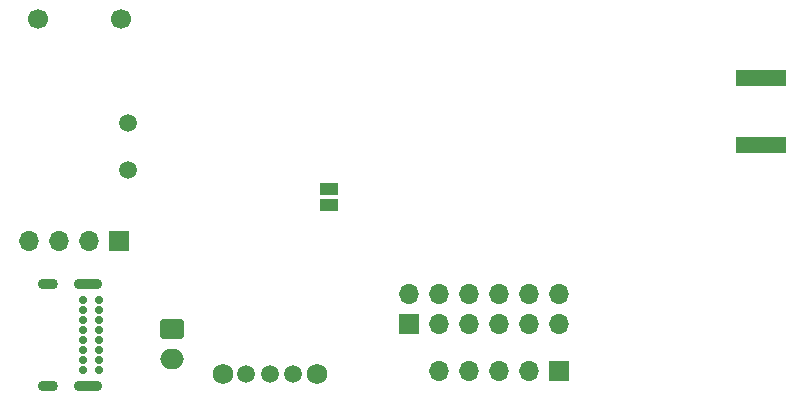
<source format=gbr>
%TF.GenerationSoftware,KiCad,Pcbnew,(6.0.1)*%
%TF.CreationDate,2022-09-15T14:00:08-04:00*%
%TF.ProjectId,bpcw-hardware,62706377-2d68-4617-9264-776172652e6b,rev?*%
%TF.SameCoordinates,Original*%
%TF.FileFunction,Soldermask,Bot*%
%TF.FilePolarity,Negative*%
%FSLAX46Y46*%
G04 Gerber Fmt 4.6, Leading zero omitted, Abs format (unit mm)*
G04 Created by KiCad (PCBNEW (6.0.1)) date 2022-09-15 14:00:08*
%MOMM*%
%LPD*%
G01*
G04 APERTURE LIST*
G04 Aperture macros list*
%AMRoundRect*
0 Rectangle with rounded corners*
0 $1 Rounding radius*
0 $2 $3 $4 $5 $6 $7 $8 $9 X,Y pos of 4 corners*
0 Add a 4 corners polygon primitive as box body*
4,1,4,$2,$3,$4,$5,$6,$7,$8,$9,$2,$3,0*
0 Add four circle primitives for the rounded corners*
1,1,$1+$1,$2,$3*
1,1,$1+$1,$4,$5*
1,1,$1+$1,$6,$7*
1,1,$1+$1,$8,$9*
0 Add four rect primitives between the rounded corners*
20,1,$1+$1,$2,$3,$4,$5,0*
20,1,$1+$1,$4,$5,$6,$7,0*
20,1,$1+$1,$6,$7,$8,$9,0*
20,1,$1+$1,$8,$9,$2,$3,0*%
G04 Aperture macros list end*
%ADD10C,1.750000*%
%ADD11C,1.500000*%
%ADD12RoundRect,0.250000X-0.750000X0.600000X-0.750000X-0.600000X0.750000X-0.600000X0.750000X0.600000X0*%
%ADD13O,2.000000X1.700000*%
%ADD14R,1.700000X1.700000*%
%ADD15O,1.700000X1.700000*%
%ADD16C,1.700000*%
%ADD17R,4.200000X1.350000*%
%ADD18C,0.700000*%
%ADD19O,2.400000X0.900000*%
%ADD20O,1.700000X0.900000*%
%ADD21R,1.500000X1.000000*%
G04 APERTURE END LIST*
D10*
%TO.C,SW1*%
X145230583Y-111485437D03*
X137250000Y-111500000D03*
D11*
X139250000Y-111500000D03*
X141250000Y-111500000D03*
X143250000Y-111500000D03*
%TD*%
%TO.C,LS1*%
X129250000Y-94200000D03*
X129230583Y-90219417D03*
%TD*%
D12*
%TO.C,BT1*%
X133000000Y-107700000D03*
D13*
X133000000Y-110200000D03*
%TD*%
D14*
%TO.C,J2*%
X128500000Y-100200000D03*
D15*
X125960000Y-100200000D03*
X123420000Y-100200000D03*
X120880000Y-100200000D03*
%TD*%
D16*
%TO.C,J1*%
X121625000Y-81450000D03*
X128625000Y-81450000D03*
%TD*%
D17*
%TO.C,J6*%
X182837500Y-86425000D03*
X182837500Y-92075000D03*
%TD*%
D14*
%TO.C,J4*%
X153000000Y-107250000D03*
D15*
X153000000Y-104710000D03*
X155540000Y-107250000D03*
X155540000Y-104710000D03*
X158080000Y-107250000D03*
X158080000Y-104710000D03*
X160620000Y-107250000D03*
X160620000Y-104710000D03*
X163160000Y-107250000D03*
X163160000Y-104710000D03*
X165700000Y-107250000D03*
X165700000Y-104710000D03*
%TD*%
D14*
%TO.C,J3*%
X165750000Y-111250000D03*
D15*
X163210000Y-111250000D03*
X160670000Y-111250000D03*
X158130000Y-111250000D03*
X155590000Y-111250000D03*
%TD*%
D18*
%TO.C,J5*%
X126825000Y-105225000D03*
X126825000Y-106075000D03*
X126825000Y-106925000D03*
X126825000Y-107775000D03*
X126825000Y-108625000D03*
X126825000Y-109475000D03*
X126825000Y-110325000D03*
X126825000Y-111175000D03*
X125475000Y-111175000D03*
X125475000Y-110325000D03*
X125475000Y-109475000D03*
X125475000Y-108625000D03*
X125475000Y-107775000D03*
X125475000Y-106925000D03*
X125475000Y-106075000D03*
X125475000Y-105225000D03*
D19*
X125845000Y-112525000D03*
X125845000Y-103875000D03*
D20*
X122465000Y-112525000D03*
X122465000Y-103875000D03*
%TD*%
D21*
%TO.C,JP1*%
X146250000Y-97150000D03*
X146250000Y-95850000D03*
%TD*%
M02*

</source>
